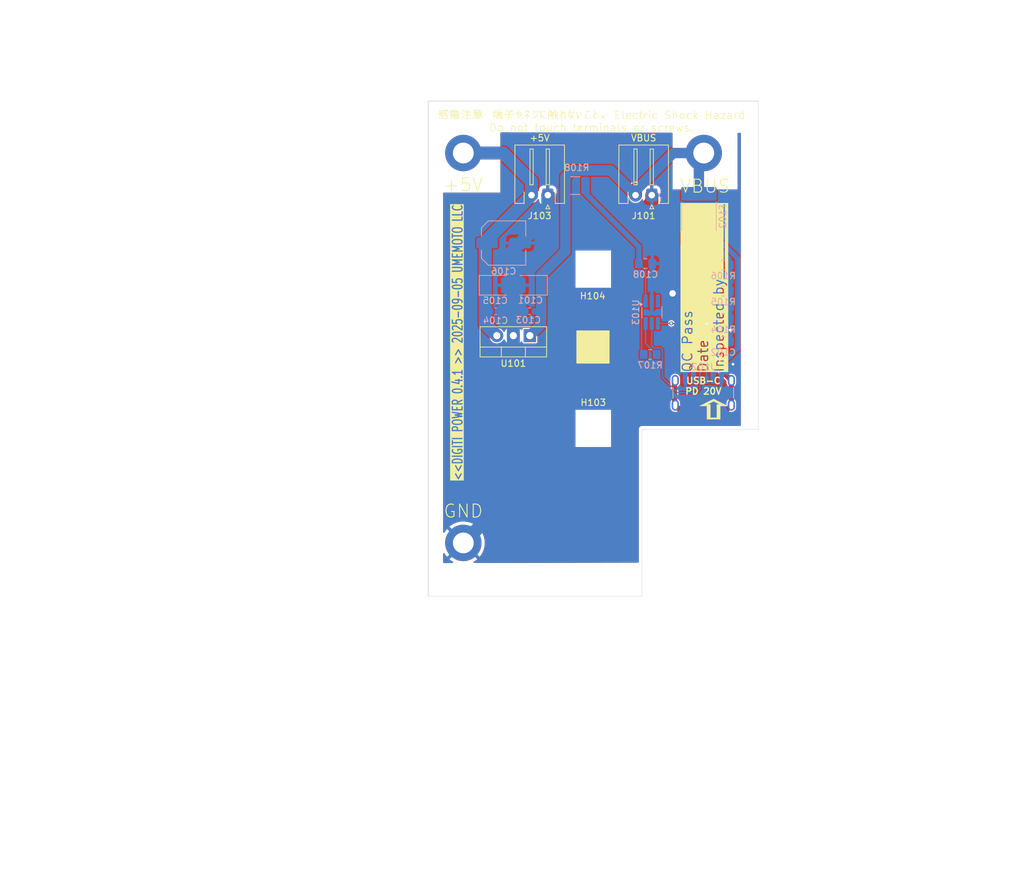
<source format=kicad_pcb>
(kicad_pcb (version 20241229) (generator "pcbnew") (generator_version "9.0")
  (layers (0 "F.Cu" signal) (2 "B.Cu" signal) (13 "F.Paste" user) (15 "B.Paste" user) (5 "F.SilkS" user "F.Silkscreen") (7 "B.SilkS" user "B.Silkscreen") (1 "F.Mask" user) (3 "B.Mask" user) (25 "Edge.Cuts" user))
  (net 0 "")
  (net 1 "GND")
  (net 2 "+5V")
  (net 3 "VBUS")
  (net 4 "Net-(J102-SHIELD)")
  (net 5 "Net-(U103-VDD)")
  (net 6 "Net-(F102-Pad1)")
  (net 7 "Net-(J102-CC1)")
  (net 8 "Net-(J102-CC2)")
  (net 9 "Net-(U103-CFG)")
  (footprint "Package_TO_SOT_THT:TO-220-3_Vertical" (layer "F.Cu") (at 117.29 87 180)
    (property "Reference" "U101" (at 2.54 -4.27 0) (layer "F.SilkS"))
    (property "Value" "K7805M-2000")
    (fp_line (start 7.66 -3.27) (end 7.66 1.371) (stroke (width 0.12)) (layer "F.SilkS"))
    (fp_line (start 4.391 -3.27) (end 4.391 -1.76) (stroke (width 0.12)) (layer "F.SilkS"))
    (fp_line (start 0.69 -3.27) (end 0.69 -1.76) (stroke (width 0.12)) (layer "F.SilkS"))
    (fp_line (start -2.58 1.371) (end 7.66 1.371) (stroke (width 0.12)) (layer "F.SilkS"))
    (fp_line (start -2.58 -1.76) (end 7.66 -1.76) (stroke (width 0.12)) (layer "F.SilkS"))
    (fp_line (start -2.58 -3.27) (end 7.66 -3.27) (stroke (width 0.12)) (layer "F.SilkS"))
    (fp_line (start -2.58 -3.27) (end -2.58 1.371) (stroke (width 0.12)) (layer "F.SilkS"))
    (pad "1" thru_hole rect (at 0 0 180) (size 1.905 2) (drill 1.1) (layers "*.Cu" "*.Mask") (net 3 "VBUS"))
    (pad "2" thru_hole oval (at 2.54 0 180) (size 1.905 2) (drill 1.1) (layers "*.Cu" "*.Mask") (net 1 "GND"))
    (pad "3" thru_hole oval (at 5.08 0 180) (size 1.905 2) (drill 1.1) (layers "*.Cu" "*.Mask") (net 2 "+5V"))
  )
  (footprint "MountingHole:MountingHole_3.2mm_M3_DIN965_Pad" (layer "F.Cu") (at 107.05 118.9)
    (property "Reference" "H102" (hide yes))
    (property "Value" "GND" (at 0 -4.9 0) (layer "F.SilkS") (effects (font (size 2 2))))
    (pad "1" thru_hole circle (at 0 0) (size 5.6 5.6) (drill 3.2) (layers "*.Cu" "*.Mask") (net 1 "GND"))
  )
  (footprint "MountingHole:MountingHole_3.2mm_M3" (layer "F.Cu") (at 127.05 101.5)
    (property "Reference" "H103" (at 0 -4.2 0) (layer "F.SilkS"))
    (property "Value" "MountingHole")
    (pad "" np_thru_hole circle (at 0 0) (size 3.2 3.2) (drill 3.2) (layers "*.Cu" "*.Mask"))
  )
  (footprint "MountingHole:MountingHole_3.2mm_M3_DIN965_Pad" (layer "F.Cu") (at 107.05 58.9)
    (property "Reference" "H105" (hide yes))
    (property "Value" "+5V" (at 0 4.9 0) (layer "F.SilkS") (effects (font (size 2 2))))
    (pad "1" thru_hole circle (at 0 0) (size 5.6 5.6) (drill 3.2) (layers "*.Cu" "*.Mask") (net 2 "+5V"))
  )
  (footprint "MountingHole:MountingHole_3.2mm_M3" (layer "F.Cu") (at 127.05 76.4)
    (property "Reference" "H104" (at -0.1 4.5 180) (layer "F.SilkS"))
    (property "Value" "MountingHole")
    (pad "" np_thru_hole circle (at 0 0) (size 3.2 3.2) (drill 3.2) (layers "*.Cu" "*.Mask"))
  )
  (footprint "MountingHole:MountingHole_3.2mm_M3_DIN965_Pad" (layer "F.Cu") (at 144.05 58.9)
    (property "Reference" "H101" (hide yes))
    (property "Value" "VBUS" (at 0.2 5.1 0) (layer "F.SilkS") (effects (font (size 2 2))))
    (pad "1" thru_hole circle (at 0 0) (size 5.6 5.6) (drill 3.2) (layers "*.Cu" "*.Mask") (net 3 "VBUS"))
  )
  (footprint "7seg-panel:Generic_XH_S2B-XH-A-1_1x02_P2.50mm_Horizontal" (layer "F.Cu") (at 136.05 65.3825 180)
    (property "Reference" "J101" (at 1.25 -3.175 0) (layer "F.SilkS"))
    (property "Value" "VBUS" (at 1.25 8.8 0) (layer "F.SilkS"))
    (fp_line (start 5.08 -1.27) (end 3.66 -1.27) (stroke (width 0.12)) (layer "F.SilkS"))
    (fp_line (start 5.06 7.71) (end 5.08 -1.27) (stroke (width 0.12)) (layer "F.SilkS"))
    (fp_line (start 3.64 -1.27) (end 3.64 0.49) (stroke (width 0.12)) (layer "F.SilkS"))
    (fp_line (start 2.75 7.1) (end 2.75 1.6) (stroke (width 0.12)) (layer "F.SilkS"))
    (fp_line (start 2.75 1.6) (end 2.25 1.6) (stroke (width 0.12)) (layer "F.SilkS"))
    (fp_line (start 2.25 7.1) (end 2.75 7.1) (stroke (width 0.12)) (layer "F.SilkS"))
    (fp_line (start 2.25 1.6) (end 2.25 7.1) (stroke (width 0.12)) (layer "F.SilkS"))
    (fp_line (start 1.25 7.71) (end 5.06 7.71) (stroke (width 0.12)) (layer "F.SilkS"))
    (fp_line (start 1.25 7.71) (end -2.56 7.71) (stroke (width 0.12)) (layer "F.SilkS"))
    (fp_line (start 0.3 -2.1) (end 0 -1.5) (stroke (width 0.12)) (layer "F.SilkS"))
    (fp_line (start 0.25 7.1) (end 0.25 1.6) (stroke (width 0.12)) (layer "F.SilkS"))
    (fp_line (start 0.25 1.6) (end -0.25 1.6) (stroke (width 0.12)) (layer "F.SilkS"))
    (fp_line (start 0 -1.5) (end -0.3 -2.1) (stroke (width 0.12)) (layer "F.SilkS"))
    (fp_line (start -0.25 7.1) (end 0.25 7.1) (stroke (width 0.12)) (layer "F.SilkS"))
    (fp_line (start -0.25 1.6) (end -0.25 7.1) (stroke (width 0.12)) (layer "F.SilkS"))
    (fp_line (start -0.3 -2.1) (end 0.3 -2.1) (stroke (width 0.12)) (layer "F.SilkS"))
    (fp_line (start -1.14 -1.27) (end -1.14 0.49) (stroke (width 0.12)) (layer "F.SilkS"))
    (fp_line (start -2.56 7.71) (end -2.56 -1.27) (stroke (width 0.12)) (layer "F.SilkS"))
    (fp_line (start -2.56 -1.27) (end -1.14 -1.27) (stroke (width 0.12)) (layer "F.SilkS"))
    (pad "1" thru_hole roundrect (at 0 0 180) (size 1.7 2) (drill 1) (layers "*.Cu" "*.Mask") (roundrect_rratio 0.147059) (net 1 "GND"))
    (pad "2" thru_hole oval (at 2.5 0 180) (size 1.7 2) (drill 1) (layers "*.Cu" "*.Mask") (net 3 "VBUS"))
  )
  (footprint "7seg-panel:Generic_XH_S2B-XH-A-1_1x02_P2.50mm_Horizontal" (layer "F.Cu") (at 120.05 65.3825 180)
    (property "Reference" "J103" (at 1.25 -3.175 0) (layer "F.SilkS"))
    (property "Value" "+5V" (at 1.25 8.8 0) (layer "F.SilkS"))
    (fp_line (start 5.08 -1.27) (end 3.66 -1.27) (stroke (width 0.12)) (layer "F.SilkS"))
    (fp_line (start 5.06 7.71) (end 5.08 -1.27) (stroke (width 0.12)) (layer "F.SilkS"))
    (fp_line (start 3.64 -1.27) (end 3.64 0.49) (stroke (width 0.12)) (layer "F.SilkS"))
    (fp_line (start 2.75 7.1) (end 2.75 1.6) (stroke (width 0.12)) (layer "F.SilkS"))
    (fp_line (start 2.75 1.6) (end 2.25 1.6) (stroke (width 0.12)) (layer "F.SilkS"))
    (fp_line (start 2.25 7.1) (end 2.75 7.1) (stroke (width 0.12)) (layer "F.SilkS"))
    (fp_line (start 2.25 1.6) (end 2.25 7.1) (stroke (width 0.12)) (layer "F.SilkS"))
    (fp_line (start 1.25 7.71) (end 5.06 7.71) (stroke (width 0.12)) (layer "F.SilkS"))
    (fp_line (start 1.25 7.71) (end -2.56 7.71) (stroke (width 0.12)) (layer "F.SilkS"))
    (fp_line (start 0.3 -2.1) (end 0 -1.5) (stroke (width 0.12)) (layer "F.SilkS"))
    (fp_line (start 0.25 7.1) (end 0.25 1.6) (stroke (width 0.12)) (layer "F.SilkS"))
    (fp_line (start 0.25 1.6) (end -0.25 1.6) (stroke (width 0.12)) (layer "F.SilkS"))
    (fp_line (start 0 -1.5) (end -0.3 -2.1) (stroke (width 0.12)) (layer "F.SilkS"))
    (fp_line (start -0.25 7.1) (end 0.25 7.1) (stroke (width 0.12)) (layer "F.SilkS"))
    (fp_line (start -0.25 1.6) (end -0.25 7.1) (stroke (width 0.12)) (layer "F.SilkS"))
    (fp_line (start -0.3 -2.1) (end 0.3 -2.1) (stroke (width 0.12)) (layer "F.SilkS"))
    (fp_line (start -1.14 -1.27) (end -1.14 0.49) (stroke (width 0.12)) (layer "F.SilkS"))
    (fp_line (start -2.56 7.71) (end -2.56 -1.27) (stroke (width 0.12)) (layer "F.SilkS"))
    (fp_line (start -2.56 -1.27) (end -1.14 -1.27) (stroke (width 0.12)) (layer "F.SilkS"))
    (pad "1" thru_hole roundrect (at 0 0 180) (size 1.7 2) (drill 1) (layers "*.Cu" "*.Mask") (roundrect_rratio 0.147059) (net 1 "GND"))
    (pad "2" thru_hole oval (at 2.5 0 180) (size 1.7 2) (drill 1) (layers "*.Cu" "*.Mask") (net 2 "+5V"))
  )
  (footprint "Resistor_SMD:R_0805_2012Metric_Pad1.20x1.40mm_HandSolder" (layer "B.Cu") (at 147.05 76.15)
    (property "Reference" "R106" (at 0 1.65 0) (layer "B.SilkS") (effects (justify mirror)))
    (property "Value" "5k1R")
    (fp_line (start 0.227064 -0.735) (end -0.227064 -0.735) (stroke (width 0.12)) (layer "B.SilkS"))
    (fp_line (start 0.227064 0.735) (end -0.227064 0.735) (stroke (width 0.12)) (layer "B.SilkS"))
    (pad "1" smd roundrect (at -1 0) (size 1.2 1.4) (layers "B.Cu" "B.Mask" "B.Paste") (roundrect_rratio 0.208333) (net 8 "Net-(J102-CC2)"))
    (pad "2" smd roundrect (at 1 0) (size 1.2 1.4) (layers "B.Cu" "B.Mask" "B.Paste") (roundrect_rratio 0.208333) (net 1 "GND"))
  )
  (footprint "Resistor_SMD:R_0805_2012Metric_Pad1.20x1.40mm_HandSolder" (layer "B.Cu") (at 147.05 80.15)
    (property "Reference" "R105" (at 0 1.65 0) (layer "B.SilkS") (effects (justify mirror)))
    (property "Value" "5k1R")
    (fp_line (start 0.227064 -0.735) (end -0.227064 -0.735) (stroke (width 0.12)) (layer "B.SilkS"))
    (fp_line (start 0.227064 0.735) (end -0.227064 0.735) (stroke (width 0.12)) (layer "B.SilkS"))
    (pad "1" smd roundrect (at -1 0) (size 1.2 1.4) (layers "B.Cu" "B.Mask" "B.Paste") (roundrect_rratio 0.208333) (net 7 "Net-(J102-CC1)"))
    (pad "2" smd roundrect (at 1 0) (size 1.2 1.4) (layers "B.Cu" "B.Mask" "B.Paste") (roundrect_rratio 0.208333) (net 1 "GND"))
  )
  (footprint "Connector_USB:USB_C_Receptacle_GCT_USB4125-xx-x-0190_6P_TopMnt_Horizontal" (layer "B.Cu") (at 143.98 96.9 180)
    (property "Reference" "J102" (at 0 5.1 0) (layer "B.SilkS") (effects (justify mirror)))
    (property "Value" "USB_C_Receptacle_PowerOnly_6P")
    (fp_line (start 4.67 1.95) (end 4.67 0.25) (stroke (width 0.12)) (layer "B.SilkS"))
    (fp_line (start -4.67 1.95) (end -4.67 0.25) (stroke (width 0.12)) (layer "B.SilkS"))
    (pad "A5" smd roundrect (at -0.5 3.08 180) (size 0.7 1.2) (layers "B.Cu" "B.Mask" "B.Paste") (net 7 "Net-(J102-CC1)"))
    (pad "A9" smd roundrect (at 1.52 3.08) (size 0.76 1.2) (layers "B.Cu" "B.Mask" "B.Paste") (net 6 "Net-(F102-Pad1)"))
    (pad "A12" smd roundrect (at 2.75 3.08) (size 0.8 1.2) (layers "B.Cu" "B.Mask" "B.Paste") (net 1 "GND"))
    (pad "B5" smd roundrect (at 0.5 3.08) (size 0.7 1.2) (layers "B.Cu" "B.Mask" "B.Paste") (net 8 "Net-(J102-CC2)"))
    (pad "B9" smd roundrect (at -1.52 3.08 180) (size 0.76 1.2) (layers "B.Cu" "B.Mask" "B.Paste") (net 6 "Net-(F102-Pad1)"))
    (pad "B12" smd roundrect (at -2.75 3.08 180) (size 0.8 1.2) (layers "B.Cu" "B.Mask" "B.Paste") (net 1 "GND"))
    (pad "S1" thru_hole oval (at -4.32 -0.8 180) (size 1.1 1.7) (drill oval 0.6 1.2) (property pad_prop_heatsink) (layers "*.Cu" "*.Mask" "B.Paste") (net 4 "Net-(J102-SHIELD)"))
    (pad "S1" thru_hole oval (at -4.32 3 180) (size 1.1 1.7) (drill oval 0.6 1.2) (property pad_prop_heatsink) (layers "*.Cu" "*.Mask" "B.Paste") (net 4 "Net-(J102-SHIELD)"))
    (pad "S1" thru_hole oval (at 4.32 -0.8 180) (size 1.1 1.7) (drill oval 0.6 1.2) (property pad_prop_heatsink) (layers "*.Cu" "*.Mask" "B.Paste") (net 4 "Net-(J102-SHIELD)"))
    (pad "S1" thru_hole oval (at 4.32 3 180) (size 1.1 1.7) (drill oval 0.6 1.2) (property pad_prop_heatsink) (layers "*.Cu" "*.Mask" "B.Paste") (net 4 "Net-(J102-SHIELD)"))
  )
  (footprint "Resistor_SMD:R_1210_3225Metric_Pad1.30x2.65mm_HandSolder" (layer "B.Cu") (at 124.3 63.9 180)
    (property "Reference" "R108" (at -0.2 2.75 0) (layer "B.SilkS") (effects (justify mirror)))
    (property "Value" "1kR")
    (fp_line (start 0.723737 1.355) (end -0.723737 1.355) (stroke (width 0.12)) (layer "B.SilkS"))
    (fp_line (start 0.723737 -1.355) (end -0.723737 -1.355) (stroke (width 0.12)) (layer "B.SilkS"))
    (pad "1" smd roundrect (at -1.55 0 180) (size 1.3 2.65) (layers "B.Cu" "B.Mask" "B.Paste") (roundrect_rratio 0.192308) (net 5 "Net-(U103-VDD)"))
    (pad "2" smd roundrect (at 1.55 0 180) (size 1.3 2.65) (layers "B.Cu" "B.Mask" "B.Paste") (roundrect_rratio 0.192308) (net 3 "VBUS"))
  )
  (footprint "Capacitor_SMD:C_Elec_6.3x5.8" (layer "B.Cu") (at 113.25 72.75)
    (property "Reference" "C106" (at 0 4.35 180) (layer "B.SilkS") (effects (justify mirror)))
    (property "Value" "220uF")
    (fp_line (start -3.41 -2.345563) (end -3.41 -1.06) (stroke (width 0.12)) (layer "B.SilkS"))
    (fp_line (start -3.41 -2.345563) (end -2.345563 -3.41) (stroke (width 0.12)) (layer "B.SilkS"))
    (fp_line (start -3.41 2.345563) (end -3.41 1.06) (stroke (width 0.12)) (layer "B.SilkS"))
    (fp_line (start -3.41 2.345563) (end -2.345563 3.41) (stroke (width 0.12)) (layer "B.SilkS"))
    (fp_line (start -2.345563 -3.41) (end 3.41 -3.41) (stroke (width 0.12)) (layer "B.SilkS"))
    (fp_line (start -2.345563 3.41) (end 3.41 3.41) (stroke (width 0.12)) (layer "B.SilkS"))
    (fp_line (start 3.41 -3.41) (end 3.41 -1.06) (stroke (width 0.12)) (layer "B.SilkS"))
    (fp_line (start 3.41 3.41) (end 3.41 1.06) (stroke (width 0.12)) (layer "B.SilkS"))
    (pad "1" smd roundrect (at -2.5375 0) (size 3.325 1.6) (layers "B.Cu" "B.Mask" "B.Paste") (roundrect_rratio 0.15625) (net 2 "+5V"))
    (pad "2" smd roundrect (at 2.5375 0) (size 3.325 1.6) (layers "B.Cu" "B.Mask" "B.Paste") (roundrect_rratio 0.15625) (net 1 "GND"))
  )
  (footprint "Resistor_SMD:R_0805_2012Metric_Pad1.20x1.40mm_HandSolder" (layer "B.Cu") (at 147.05 84.4)
    (property "Reference" "R104" (at 0 1.65 0) (layer "B.SilkS") (effects (justify mirror)))
    (property "Value" "1MR")
    (fp_line (start 0.227064 -0.735) (end -0.227064 -0.735) (stroke (width 0.12)) (layer "B.SilkS"))
    (fp_line (start 0.227064 0.735) (end -0.227064 0.735) (stroke (width 0.12)) (layer "B.SilkS"))
    (pad "1" smd roundrect (at -1 0) (size 1.2 1.4) (layers "B.Cu" "B.Mask" "B.Paste") (roundrect_rratio 0.208333) (net 4 "Net-(J102-SHIELD)"))
    (pad "2" smd roundrect (at 1 0) (size 1.2 1.4) (layers "B.Cu" "B.Mask" "B.Paste") (roundrect_rratio 0.208333) (net 1 "GND"))
  )
  (footprint "Capacitor_SMD:C_0603_1608Metric_Pad1.08x0.95mm_HandSolder" (layer "B.Cu") (at 117.25 83.25 180)
    (property "Reference" "C103" (at 0.2 -1.35 0) (layer "B.SilkS") (effects (justify mirror)))
    (property "Value" "22uF 25V")
    (fp_line (start 0.146267 0.51) (end -0.146267 0.51) (stroke (width 0.12)) (layer "B.SilkS"))
    (fp_line (start 0.146267 -0.51) (end -0.146267 -0.51) (stroke (width 0.12)) (layer "B.SilkS"))
    (pad "1" smd roundrect (at -0.8625 0 180) (size 1.075 0.95) (layers "B.Cu" "B.Mask" "B.Paste") (net 3 "VBUS"))
    (pad "2" smd roundrect (at 0.8625 0 180) (size 1.075 0.95) (layers "B.Cu" "B.Mask" "B.Paste") (net 1 "GND"))
  )
  (footprint "Package_TO_SOT_SMD:TSOT-23-6_HandSoldering" (layer "B.Cu") (at 136.05 83.4 -90)
    (property "Reference" "U103" (at 0 2.45 90) (layer "B.SilkS") (effects (justify mirror)))
    (property "Value" "CH221K")
    (fp_line (start -0.72 1.51) (end 0.08 1.51) (stroke (width 0.12)) (layer "B.SilkS"))
    (fp_line (start 0.88 1.51) (end 0.08 1.51) (stroke (width 0.12)) (layer "B.SilkS"))
    (fp_line (start 0.88 -1.56) (end -0.88 -1.56) (stroke (width 0.12)) (layer "B.SilkS"))
    (fp_poly (pts (xy -1.22 1.46) (xy -1.46 1.79) (xy -0.98 1.79) (xy -1.22 1.46)) (stroke (width 0.12)) (fill yes) (layer "B.SilkS"))
    (pad "1" smd roundrect (at -1.71 0.95 270) (size 2 0.65) (layers "B.Cu" "B.Mask" "B.Paste") (net 5 "Net-(U103-VDD)"))
    (pad "2" smd roundrect (at -1.71 0 270) (size 2 0.65) (layers "B.Cu" "B.Mask" "B.Paste") (net 1 "GND"))
    (pad "3" smd roundrect (at -1.71 -0.95 270) (size 2 0.65) (layers "B.Cu" "B.Mask" "B.Paste"))
    (pad "4" smd roundrect (at 1.71 -0.95 270) (size 2 0.65) (layers "B.Cu" "B.Mask" "B.Paste") (net 7 "Net-(J102-CC1)"))
    (pad "5" smd roundrect (at 1.71 0 270) (size 2 0.65) (layers "B.Cu" "B.Mask" "B.Paste") (net 8 "Net-(J102-CC2)"))
    (pad "6" smd roundrect (at 1.71 0.95 270) (size 2 0.65) (layers "B.Cu" "B.Mask" "B.Paste") (net 9 "Net-(U103-CFG)"))
  )
  (footprint "Capacitor_SMD:C_0603_1608Metric_Pad1.08x0.95mm_HandSolder" (layer "B.Cu") (at 112 83.25)
    (property "Reference" "C104" (at 0 1.43 180) (layer "B.SilkS") (effects (justify mirror)))
    (property "Value" "22uF 6V")
    (fp_line (start 0.146267 -0.51) (end -0.146267 -0.51) (stroke (width 0.12)) (layer "B.SilkS"))
    (fp_line (start 0.146267 0.51) (end -0.146267 0.51) (stroke (width 0.12)) (layer "B.SilkS"))
    (pad "1" smd roundrect (at -0.8625 0) (size 1.075 0.95) (layers "B.Cu" "B.Mask" "B.Paste") (net 2 "+5V"))
    (pad "2" smd roundrect (at 0.8625 0) (size 1.075 0.95) (layers "B.Cu" "B.Mask" "B.Paste") (net 1 "GND"))
  )
  (footprint "Capacitor_SMD:C_0805_2012Metric_Pad1.18x1.45mm_HandSolder" (layer "B.Cu") (at 135.0875 75.9)
    (property "Reference" "C108" (at 0 1.68 0) (layer "B.SilkS") (effects (justify mirror)))
    (property "Value" "1uF")
    (fp_line (start 0.261252 -0.735) (end -0.261252 -0.735) (stroke (width 0.12)) (layer "B.SilkS"))
    (fp_line (start 0.261252 0.735) (end -0.261252 0.735) (stroke (width 0.12)) (layer "B.SilkS"))
    (pad "1" smd roundrect (at -1.0375 0) (size 1.175 1.45) (layers "B.Cu" "B.Mask" "B.Paste") (roundrect_rratio 0.212766) (net 5 "Net-(U103-VDD)"))
    (pad "2" smd roundrect (at 1.0375 0) (size 1.175 1.45) (layers "B.Cu" "B.Mask" "B.Paste") (roundrect_rratio 0.212766) (net 1 "GND"))
  )
  (footprint "Fuse:Fuse_2920_7451Metric_Pad2.10x5.45mm_HandSolder" (layer "B.Cu") (at 143.3 68.65 90)
    (property "Reference" "F102" (at 0 3.68 90) (layer "B.SilkS") (effects (justify mirror)))
    (property "Value" "Polyfuse 4A")
    (fp_line (start 2.203752 -2.67) (end -2.203752 -2.67) (stroke (width 0.12)) (layer "B.SilkS"))
    (fp_line (start 2.203752 2.67) (end -2.203752 2.67) (stroke (width 0.12)) (layer "B.SilkS"))
    (pad "1" smd roundrect (at -3.475 0 90) (size 2.1 5.45) (layers "B.Cu" "B.Mask" "B.Paste") (roundrect_rratio 0.119048) (net 6 "Net-(F102-Pad1)"))
    (pad "2" smd roundrect (at 3.475 0 90) (size 2.1 5.45) (layers "B.Cu" "B.Mask" "B.Paste") (roundrect_rratio 0.119048) (net 3 "VBUS"))
  )
  (footprint "Resistor_SMD:R_0805_2012Metric_Pad1.20x1.40mm_HandSolder" (layer "B.Cu") (at 135.8 89.9)
    (property "Reference" "R107" (at 0 1.65 0) (layer "B.SilkS") (effects (justify mirror)))
    (property "Value" "200kR")
    (fp_line (start 0.227064 -0.735) (end -0.227064 -0.735) (stroke (width 0.12)) (layer "B.SilkS"))
    (fp_line (start 0.227064 0.735) (end -0.227064 0.735) (stroke (width 0.12)) (layer "B.SilkS"))
    (pad "1" smd roundrect (at -1 0) (size 1.2 1.4) (layers "B.Cu" "B.Mask" "B.Paste") (roundrect_rratio 0.208333) (net 5 "Net-(U103-VDD)"))
    (pad "2" smd roundrect (at 1 0) (size 1.2 1.4) (layers "B.Cu" "B.Mask" "B.Paste") (roundrect_rratio 0.208333) (net 9 "Net-(U103-CFG)"))
  )
  (footprint "Capacitor_SMD:C_0805_2012Metric_Pad1.18x1.45mm_HandSolder" (layer "B.Cu") (at 147.05 87.9)
    (property "Reference" "C102" (at 0 1.68 0) (layer "B.SilkS") (effects (justify mirror)))
    (property "Value" "4700pF (472)")
    (fp_line (start 0.261252 -0.735) (end -0.261252 -0.735) (stroke (width 0.12)) (layer "B.SilkS"))
    (fp_line (start 0.261252 0.735) (end -0.261252 0.735) (stroke (width 0.12)) (layer "B.SilkS"))
    (pad "1" smd roundrect (at -1.0375 0) (size 1.175 1.45) (layers "B.Cu" "B.Mask" "B.Paste") (roundrect_rratio 0.212766) (net 4 "Net-(J102-SHIELD)"))
    (pad "2" smd roundrect (at 1.0375 0) (size 1.175 1.45) (layers "B.Cu" "B.Mask" "B.Paste") (roundrect_rratio 0.212766) (net 1 "GND"))
  )
  (footprint "Capacitor_Tantalum_SMD:CP_EIA-3528-21_Kemet-B" (layer "B.Cu") (at 111.9625 79.25)
    (property "Reference" "C105" (at 0 2.35 0) (layer "B.SilkS") (effects (justify mirror)))
    (property "Value" "22uF")
    (fp_line (start -2.47 -1.51) (end 1.75 -1.51) (stroke (width 0.12)) (layer "B.SilkS"))
    (fp_line (start -2.47 1.51) (end -2.47 -1.51) (stroke (width 0.12)) (layer "B.SilkS"))
    (fp_line (start 1.75 1.51) (end -2.47 1.51) (stroke (width 0.12)) (layer "B.SilkS"))
    (pad "1" smd roundrect (at -1.54 0) (size 1.34 2.39) (layers "B.Cu" "B.Mask" "B.Paste") (roundrect_rratio 0.186567) (net 2 "+5V"))
    (pad "2" smd roundrect (at 1.54 0) (size 1.34 2.39) (layers "B.Cu" "B.Mask" "B.Paste") (roundrect_rratio 0.186567) (net 1 "GND"))
  )
  (footprint "Capacitor_Tantalum_SMD:CP_EIA-3528-21_Kemet-B" (layer "B.Cu") (at 117.5 79.25 180)
    (property "Reference" "C101" (at 0.1375 -2.3 0) (layer "B.SilkS") (effects (justify mirror)))
    (property "Value" "22uF")
    (fp_line (start 1.75 1.51) (end -2.47 1.51) (stroke (width 0.12)) (layer "B.SilkS"))
    (fp_line (start -2.47 1.51) (end -2.47 -1.51) (stroke (width 0.12)) (layer "B.SilkS"))
    (fp_line (start -2.47 -1.51) (end 1.75 -1.51) (stroke (width 0.12)) (layer "B.SilkS"))
    (pad "1" smd roundrect (at -1.54 0 180) (size 1.34 2.39) (layers "B.Cu" "B.Mask" "B.Paste") (roundrect_rratio 0.186567) (net 3 "VBUS"))
    (pad "2" smd roundrect (at 1.54 0 180) (size 1.34 2.39) (layers "B.Cu" "B.Mask" "B.Paste") (roundrect_rratio 0.186567) (net 1 "GND"))
  )
  (gr_rect (start 124.5 86.25) (end 129.5 91.25) (stroke (width 0.1)) (fill yes) (layer "F.SilkS"))
  (gr_line (start 134.550038 127.1) (end 101.65 127.1) (stroke (width 0.05)) (layer "Edge.Cuts"))
  (gr_line (start 152.45 50.9) (end 152.45 101.400099) (stroke (width 0.05)) (layer "Edge.Cuts"))
  (gr_line (start 152.45 101.400099) (end 134.55 101.4) (stroke (width 0.05)) (layer "Edge.Cuts"))
  (gr_line (start 101.65 127.1) (end 101.65 50.9) (stroke (width 0.1)) (layer "Edge.Cuts"))
  (gr_line (start 134.55 101.4) (end 134.550038 127.1) (stroke (width 0.05)) (layer "Edge.Cuts"))
  (gr_line (start 101.65 50.9) (end 152.45 50.9) (stroke (width 0.1)) (layer "Edge.Cuts"))
  (gr_text "⇧" (at 142.05 100.4 0) (layer "F.SilkS") (effects (font (size 3 6) (thickness 0.3) (bold yes)) (justify left bottom)))
  (gr_text "QC Pass\nDate\nInspected by__________" (at 147.25 92.75 90) (layer "F.SilkS" knockout) (effects (font (size 1.5 1.5) (thickness 0.1875)) (justify left bottom)))
  (gr_text "USB-C\nPD 20V" (at 144 94.75 0) (layer "F.SilkS") (effects (font (size 1 1) (thickness 0.2) (bold yes))))
  (gr_text "感電注意　端子やネジに触れないこと。 Electric Shock Hazard\nDo not touch terminals or screws." (at 126.75 55.7 0) (layer "F.SilkS") (effects (font (size 1.2 1.2) (thickness 0.1)) (justify bottom)))
  (gr_text "<<DIGITI POWER 0.4.1 >> 2025-09-05 UMEMOTO LLC" (at 107.05 109.4 90) (layer "F.SilkS" knockout) (effects (font (size 1.5 1) (thickness 0.2) (bold yes)) (justify left bottom)))
  (segment (start 134.6825 67.75) (end 122.4175 67.75) (width 2) (layer "F.Cu") (net 1))
  (segment (start 122.4175 67.75) (end 120.05 65.3825) (width 2) (layer "F.Cu") (net 1))
  (segment (start 148.55 86.6125) (end 148.55 91.4) (width 0.8) (layer "F.Cu") (net 1))
  (segment (start 139.4 80.65) (end 142.5875 80.65) (width 0.8) (layer "F.Cu") (net 1))
  (segment (start 148.0875 86.15) (end 148.55 86.6125) (width 0.8) (layer "F.Cu") (net 1))
  (segment (start 139.25 80.5) (end 139.4 80.65) (width 0.8) (layer "F.Cu") (net 1))
  (segment (start 142.5875 80.65) (end 148.0875 86.15) (width 0.8) (layer "F.Cu") (net 1))
  (segment (start 136.05 65.3825) (end 136.05 66.3825) (width 2) (layer "F.Cu") (net 1))
  (segment (start 136.05 66.3825) (end 134.6825 67.75) (width 2) (layer "F.Cu") (net 1))
  (via (at 148.55 91.4) (size 0.8) (drill 0.4) (layers "F.Cu" "B.Cu") (net 1))
  (via (at 139.25 80.5) (size 2) (drill 1) (layers "F.Cu" "B.Cu") (net 1))
  (via (at 148.0875 86.15) (size 0.8) (drill 0.4) (layers "F.Cu" "B.Cu") (net 1))
  (segment (start 139.25 80.5) (end 140.71 80.5) (width 0.8) (layer "B.Cu") (net 1))
  (segment (start 148.0875 86.15) (end 148.0875 84.4375) (width 0.8) (layer "B.Cu") (net 1))
  (segment (start 148.3 91.4) (end 148.55 91.4) (width 0.8) (layer "B.Cu") (net 1))
  (segment (start 115.7875 72.75) (end 114.75 73.7875) (width 2) (layer "B.Cu") (net 1))
  (segment (start 148.0875 84.4375) (end 148.05 84.4) (width 0.8) (layer "B.Cu") (net 1))
  (segment (start 120.05 68.4875) (end 115.7875 72.75) (width 2) (layer "B.Cu") (net 1))
  (segment (start 107.05 118.9) (end 114.75 111.2) (width 2) (layer "B.Cu") (net 1))
  (segment (start 114.75 83.25) (end 116.1115 83.25) (width 2) (layer "B.Cu") (net 1))
  (segment (start 140.71 80.5) (end 141.23 81.02) (width 0.8) (layer "B.Cu") (net 1))
  (segment (start 114.75 83.25) (end 112.876 83.25) (width 2) (layer "B.Cu") (net 1))
  (segment (start 146.73 92.97) (end 148.3 91.4) (width 0.8) (layer "B.Cu") (net 1))
  (segment (start 148.0875 87.9) (end 148.0875 86.15) (width 0.8) (layer "B.Cu") (net 1))
  (segment (start 114.75 73.7875) (end 114.75 83.25) (width 2) (layer "B.Cu") (net 1))
  (segment (start 114.75 111.2) (end 114.75 87) (width 2) (layer "B.Cu") (net 1))
  (segment (start 120.05 65.3825) (end 120.05 68.4875) (width 2) (layer "B.Cu") (net 1))
  (segment (start 148.05 84.4) (end 148.05 80.15) (width 0.8) (layer "B.Cu") (net 1))
  (segment (start 141.23 81.02) (end 141.23 93.72) (width 0.8) (layer "B.Cu") (net 1))
  (segment (start 146.73 93.72) (end 146.73 92.97) (width 0.8) (layer "B.Cu") (net 1))
  (segment (start 148.05 80.15) (end 148.05 76.15) (width 0.8) (layer "B.Cu") (net 1))
  (segment (start 136.125 81.615) (end 136.05 81.69) (width 0.2) (layer "B.Cu") (net 1))
  (segment (start 114.75 83.25) (end 114.75 87) (width 2) (layer "B.Cu") (net 1))
  (segment (start 136.125 75.9) (end 136.125 81.615) (width 0.2) (layer "B.Cu") (net 1))
  (segment (start 136.125 77.375) (end 136.125 75.9) (width 0.8) (layer "B.Cu") (net 1))
  (segment (start 139.25 80.5) (end 136.125 77.375) (width 0.8) (layer "B.Cu") (net 1))
  (segment (start 117.55 65.3825) (end 117.55 63.3) (width 2) (layer "B.Cu") (net 2))
  (segment (start 117.55 63.3) (end 113.15 58.9) (width 2) (layer "B.Cu") (net 2))
  (segment (start 110.425 79.25) (end 110.425 85.215) (width 2) (layer "B.Cu") (net 2))
  (segment (start 113.15 58.9) (end 107.05 58.9) (width 2) (layer "B.Cu") (net 2))
  (segment (start 110.425 72.5075) (end 110.425 79.25) (width 2) (layer "B.Cu") (net 2))
  (segment (start 107.65 59.5) (end 107.05 58.9) (width 1) (layer "B.Cu") (net 2))
  (segment (start 110.81 72.1225) (end 117.55 65.3825) (width 2) (layer "B.Cu") (net 2))
  (segment (start 110.425 85.215) (end 112.21 87) (width 2) (layer "B.Cu") (net 2))
  (segment (start 133.55 65.3825) (end 133.55 64.474962) (width 2) (layer "F.Cu") (net 3))
  (segment (start 129.7415 61.574) (end 133.55 65.3825) (width 1.6) (layer "B.Cu") (net 3))
  (segment (start 122.75 62.575) (end 123.751 61.574) (width 1.6) (layer "B.Cu") (net 3))
  (segment (start 119.0375 79.25) (end 119.0375 77.7125) (width 1.6) (layer "B.Cu") (net 3))
  (segment (start 122.75 74) (end 122.75 63.9) (width 1.6) (layer "B.Cu") (net 3))
  (segment (start 119.0375 77.7125) (end 122.75 74) (width 1.6) (layer "B.Cu") (net 3))
  (segment (start 139.35 58.9) (end 144.05 58.9) (width 1.6) (layer "B.Cu") (net 3))
  (segment (start 119 84.1375) (end 119 85.29) (width 1.6) (layer "B.Cu") (net 3))
  (segment (start 144.05 60.4) (end 144.05 58.9) (width 1) (layer "B.Cu") (net 3))
  (segment (start 123.751 61.574) (end 129.7415 61.574) (width 1.6) (layer "B.Cu") (net 3))
  (segment (start 119.0375 82.325) (end 119.0375 84.1) (width 1.6) (layer "B.Cu") (net 3))
  (segment (start 119.0375 79.25) (end 119.0375 82.325) (width 1.6) (layer "B.Cu") (net 3))
  (segment (start 143.3 59.65) (end 144.05 58.9) (width 1.6) (layer "B.Cu") (net 3))
  (segment (start 143.3 61.15) (end 144.05 60.4) (width 1.6) (layer "B.Cu") (net 3))
  (segment (start 133.55 64.7) (end 139.35 58.9) (width 1.6) (layer "B.Cu") (net 3))
  (segment (start 133.55 65.3825) (end 133.55 64.7) (width 1.6) (layer "B.Cu") (net 3))
  (segment (start 122.75 63.9) (end 122.75 62.575) (width 1.6) (layer "B.Cu") (net 3))
  (segment (start 143.3 65.175) (end 143.3 61.15) (width 1.6) (layer "B.Cu") (net 3))
  (segment (start 119 85.29) (end 117.29 87) (width 1.6) (layer "B.Cu") (net 3))
  (segment (start 119.0375 84.1) (end 119 84.1375) (width 1.6) (layer "B.Cu") (net 3))
  (segment (start 147.35 98.65) (end 140.61 98.65) (width 0.8) (layer "F.Cu") (net 4))
  (segment (start 146.0125 91.6125) (end 148.3 93.9) (width 0.8) (layer "F.Cu") (net 4))
  (segment (start 139.55 94.01) (end 139.66 93.9) (width 0.8) (layer "F.Cu") (net 4))
  (segment (start 148.3 93.9) (end 148.3 97.7) (width 0.8) (layer "F.Cu") (net 4))
  (segment (start 146.0125 90.4375) (end 146.0125 91.6125) (width 0.8) (layer "F.Cu") (net 4))
  (segment (start 140.61 98.65) (end 139.55 97.59) (width 0.8) (layer "F.Cu") (net 4))
  (segment (start 148.3 97.7) (end 147.35 98.65) (width 0.8) (layer "F.Cu") (net 4))
  (segment (start 139.55 97.59) (end 139.55 94.01) (width 0.8) (layer "F.Cu") (net 4))
  (via (at 146.0125 90.4375) (size 0.6) (drill 0.3) (layers "F.Cu" "B.Cu") (net 4))
  (segment (start 146.0125 88.9) (end 146.05 88.8625) (width 0.8) (layer "B.Cu") (net 4))
  (segment (start 146.0125 90.4375) (end 146.0125 88.9) (width 0.8) (layer "B.Cu") (net 4))
  (segment (start 146.05 88.8625) (end 146.05 84.4) (width 0.8) (layer "B.Cu") (net 4))
  (segment (start 134.8 89.9) (end 134.475 89.575) (width 0.2) (layer "B.Cu") (net 5))
  (segment (start 134.475 82.315) (end 135.1 81.69) (width 0.2) (layer "B.Cu") (net 5))
  (segment (start 134.05 75.9) (end 134.05 73.3) (width 0.8) (layer "B.Cu") (net 5))
  (segment (start 134.05 73.3) (end 125.85 65.1) (width 0.8) (layer "B.Cu") (net 5))
  (segment (start 125.85 65.1) (end 125.85 63.9) (width 0.8) (layer "B.Cu") (net 5))
  (segment (start 134.475 89.575) (end 134.475 82.315) (width 0.2) (layer "B.Cu") (net 5))
  (segment (start 135.1 76.95) (end 134.05 75.9) (width 0.2) (layer "B.Cu") (net 5))
  (segment (start 135.1 81.69) (end 135.1 76.95) (width 0.2) (layer "B.Cu") (net 5))
  (segment (start 145.5 93.72) (end 145.5 92.7) (width 0.8) (layer "B.Cu") (net 6))
  (segment (start 149.275 88.925) (end 149.275 75.125) (width 0.8) (layer "B.Cu") (net 6))
  (segment (start 145.5 92.7) (end 149.275 88.925) (width 0.8) (layer "B.Cu") (net 6))
  (segment (start 143.3 72.125) (end 142.55 72.875) (width 1) (layer "B.Cu") (net 6))
  (segment (start 149.275 75.125) (end 146.275 72.125) (width 0.8) (layer "B.Cu") (net 6))
  (segment (start 143.3 72.125) (end 142.46 72.965) (width 0.8) (layer "B.Cu") (net 6))
  (segment (start 142.46 72.965) (end 142.46 93.72) (width 0.8) (layer "B.Cu") (net 6))
  (segment (start 146.275 72.125) (end 143.3 72.125) (width 0.8) (layer "B.Cu") (net 6))
  (segment (start 139.09 85.15) (end 144.48 85.15) (width 0.2) (layer "F.Cu") (net 7))
  (segment (start 139.05 85.11) (end 139.09 85.15) (width 0.2) (layer "F.Cu") (net 7))
  (via (at 144.48 85.15) (size 0.6) (drill 0.3) (layers "F.Cu" "B.Cu") (net 7))
  (via (at 139.05 85.11) (size 0.6) (drill 0.3) (layers "F.Cu" "B.Cu") (net 7))
  (segment (start 144.48 93.72) (end 144.48 85.15) (width 0.2) (layer "B.Cu") (net 7))
  (segment (start 144.48 85.15) (end 144.48 81.72) (width 0.2) (layer "B.Cu") (net 7))
  (segment (start 144.48 81.72) (end 146.05 80.15) (width 0.2) (layer "B.Cu") (net 7))
  (segment (start 139.05 85.11) (end 137 85.11) (width 0.2) (layer "B.Cu") (net 7))
  (segment (start 137.7 93.442082) (end 140.027918 95.77) (width 0.2) (layer "B.Cu") (net 8))
  (segment (start 136.05 88.584314) (end 136.05 85.11) (width 0.2) (layer "B.Cu") (net 8))
  (segment (start 143.48 95.22) (end 142.93 95.77) (width 0.2) (layer "B.Cu") (net 8))
  (segment (start 137.7 89.215256) (end 137.384744 88.9) (width 0.2) (layer "B.Cu") (net 8))
  (segment (start 137.7 90.3) (end 137.7 93.442082) (width 0.2) (layer "B.Cu") (net 8))
  (segment (start 143.48 79.22) (end 143.48 95.22) (width 0.2) (layer "B.Cu") (net 8))
  (segment (start 137.384744 88.9) (end 136.365686 88.9) (width 0.2) (layer "B.Cu") (net 8))
  (segment (start 140.027918 95.77) (end 140.67 95.77) (width 0.2) (layer "B.Cu") (net 8))
  (segment (start 142.93 95.77) (end 140.67 95.77) (width 0.2) (layer "B.Cu") (net 8))
  (segment (start 136.365686 88.9) (end 136.05 88.584314) (width 0.2) (layer "B.Cu") (net 8))
  (segment (start 137.7 90.3) (end 137.7 89.215256) (width 0.2) (layer "B.Cu") (net 8))
  (segment (start 146.05 76.15) (end 146.05 76.65) (width 0.2) (layer "B.Cu") (net 8))
  (segment (start 146.05 76.65) (end 143.48 79.22) (width 0.2) (layer "B.Cu") (net 8))
  (segment (start 135.1 85.11) (end 135.1 88.2) (width 0.2) (layer "B.Cu") (net 9))
  (segment (start 135.1 88.2) (end 136.8 89.9) (width 0.2) (layer "B.Cu") (net 9))
  (zone (net 0) (net_name "") (layers "F.Cu" "B.Cu") (connect_pads (clearance 0)) (min_thickness 0.25)
    (keepout (tracks allowed) (vias allowed) (pads allowed) (copperpour not_allowed) (footprints allowed))
    (fill (thermal_gap 0.5) (thermal_bridge_width 0.5) (smoothing chamfer))
    (polygon (pts (xy 102.75 65) (xy 112.75 65) (xy 112.75 54) (xy 102.75 54)))
  )
  (zone (net 0) (net_name "") (layers "F.Cu" "B.Cu") (connect_pads (clearance 0)) (min_thickness 0.25)
    (keepout (tracks allowed) (vias allowed) (pads allowed) (copperpour not_allowed) (footprints allowed))
    (fill (thermal_gap 0.5) (thermal_bridge_width 0.5))
    (polygon (pts (xy 139.25 64.5) (xy 149.25 64.5) (xy 149.25 53.5) (xy 139.25 53.5)))
  )
  (zone (net 1) (net_name "GND") (layers "F.Cu" "B.Cu") (connect_pads (clearance 0)) (min_thickness 0.25) (fill yes (thermal_gap 0.5) (thermal_bridge_width 0.5) (smoothing chamfer))
    (polygon (pts (xy 149.75 55.8) (xy 149.75 121.9) (xy 103.95 122) (xy 103.95 55.7)))
  )
  (zone (net 0) (net_name "") (layers "F.Cu" "B.Cu") (name "HOLE") (connect_pads (clearance 0)) (min_thickness 0.25)
    (keepout (tracks allowed) (vias allowed) (pads allowed) (copperpour not_allowed) (footprints allowed))
    (fill (thermal_gap 0.5) (thermal_bridge_width 0.5))
    (polygon (pts (xy 129.8 79.65) (xy 124.3 79.65) (xy 124.3 73.9) (xy 129.8 73.9)))
  )
  (zone (net 0) (net_name "") (layers "F.Cu" "B.Cu") (name "HOLE") (connect_pads (clearance 0)) (min_thickness 0.25)
    (keepout (tracks allowed) (vias allowed) (pads allowed) (copperpour not_allowed) (footprints allowed))
    (fill (thermal_gap 0.5) (thermal_bridge_width 0.5))
    (polygon (pts (xy 129.8 104.15) (xy 124.3 104.15) (xy 124.3 98.4) (xy 129.8 98.4)))
  )
)
</source>
